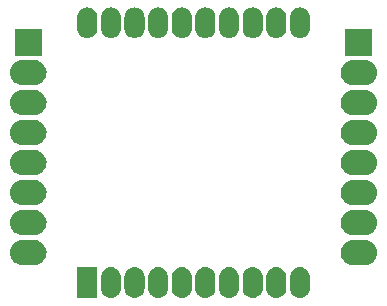
<source format=gbr>
G04 #@! TF.GenerationSoftware,KiCad,Pcbnew,(5.1.6)-1*
G04 #@! TF.CreationDate,2020-07-07T11:59:46-05:00*
G04 #@! TF.ProjectId,Xbee,58626565-2e6b-4696-9361-645f70636258,rev?*
G04 #@! TF.SameCoordinates,Original*
G04 #@! TF.FileFunction,Soldermask,Top*
G04 #@! TF.FilePolarity,Negative*
%FSLAX46Y46*%
G04 Gerber Fmt 4.6, Leading zero omitted, Abs format (unit mm)*
G04 Created by KiCad (PCBNEW (5.1.6)-1) date 2020-07-07 11:59:46*
%MOMM*%
%LPD*%
G01*
G04 APERTURE LIST*
%ADD10C,0.100000*%
G04 APERTURE END LIST*
D10*
G36*
X121066822Y-125731313D02*
G01*
X121227241Y-125779976D01*
X121375077Y-125858995D01*
X121504659Y-125965341D01*
X121611004Y-126094922D01*
X121611005Y-126094924D01*
X121690024Y-126242758D01*
X121738687Y-126403177D01*
X121751000Y-126528196D01*
X121751000Y-127511803D01*
X121738687Y-127636823D01*
X121690024Y-127797242D01*
X121619114Y-127929906D01*
X121611004Y-127945078D01*
X121504659Y-128074659D01*
X121375078Y-128181004D01*
X121375076Y-128181005D01*
X121227242Y-128260024D01*
X121066823Y-128308687D01*
X120900000Y-128325117D01*
X120733178Y-128308687D01*
X120572759Y-128260024D01*
X120424925Y-128181005D01*
X120424923Y-128181004D01*
X120295342Y-128074659D01*
X120188997Y-127945078D01*
X120180887Y-127929906D01*
X120109977Y-127797242D01*
X120061314Y-127636823D01*
X120049000Y-127511803D01*
X120049000Y-126528197D01*
X120061313Y-126403178D01*
X120109976Y-126242759D01*
X120188995Y-126094923D01*
X120295341Y-125965341D01*
X120424922Y-125858996D01*
X120440094Y-125850886D01*
X120572758Y-125779976D01*
X120733177Y-125731313D01*
X120900000Y-125714883D01*
X121066822Y-125731313D01*
G37*
G36*
X115066822Y-125731313D02*
G01*
X115227241Y-125779976D01*
X115375077Y-125858995D01*
X115504659Y-125965341D01*
X115611004Y-126094922D01*
X115611005Y-126094924D01*
X115690024Y-126242758D01*
X115738687Y-126403177D01*
X115751000Y-126528196D01*
X115751000Y-127511803D01*
X115738687Y-127636823D01*
X115690024Y-127797242D01*
X115619114Y-127929906D01*
X115611004Y-127945078D01*
X115504659Y-128074659D01*
X115375078Y-128181004D01*
X115375076Y-128181005D01*
X115227242Y-128260024D01*
X115066823Y-128308687D01*
X114900000Y-128325117D01*
X114733178Y-128308687D01*
X114572759Y-128260024D01*
X114424925Y-128181005D01*
X114424923Y-128181004D01*
X114295342Y-128074659D01*
X114188997Y-127945078D01*
X114180887Y-127929906D01*
X114109977Y-127797242D01*
X114061314Y-127636823D01*
X114049000Y-127511803D01*
X114049000Y-126528197D01*
X114061313Y-126403178D01*
X114109976Y-126242759D01*
X114188995Y-126094923D01*
X114295341Y-125965341D01*
X114424922Y-125858996D01*
X114440094Y-125850886D01*
X114572758Y-125779976D01*
X114733177Y-125731313D01*
X114900000Y-125714883D01*
X115066822Y-125731313D01*
G37*
G36*
X131066822Y-125731313D02*
G01*
X131227241Y-125779976D01*
X131375077Y-125858995D01*
X131504659Y-125965341D01*
X131611004Y-126094922D01*
X131611005Y-126094924D01*
X131690024Y-126242758D01*
X131738687Y-126403177D01*
X131751000Y-126528196D01*
X131751000Y-127511803D01*
X131738687Y-127636823D01*
X131690024Y-127797242D01*
X131619114Y-127929906D01*
X131611004Y-127945078D01*
X131504659Y-128074659D01*
X131375078Y-128181004D01*
X131375076Y-128181005D01*
X131227242Y-128260024D01*
X131066823Y-128308687D01*
X130900000Y-128325117D01*
X130733178Y-128308687D01*
X130572759Y-128260024D01*
X130424925Y-128181005D01*
X130424923Y-128181004D01*
X130295342Y-128074659D01*
X130188997Y-127945078D01*
X130180887Y-127929906D01*
X130109977Y-127797242D01*
X130061314Y-127636823D01*
X130049000Y-127511803D01*
X130049000Y-126528197D01*
X130061313Y-126403178D01*
X130109976Y-126242759D01*
X130188995Y-126094923D01*
X130295341Y-125965341D01*
X130424922Y-125858996D01*
X130440094Y-125850886D01*
X130572758Y-125779976D01*
X130733177Y-125731313D01*
X130900000Y-125714883D01*
X131066822Y-125731313D01*
G37*
G36*
X129066822Y-125731313D02*
G01*
X129227241Y-125779976D01*
X129375077Y-125858995D01*
X129504659Y-125965341D01*
X129611004Y-126094922D01*
X129611005Y-126094924D01*
X129690024Y-126242758D01*
X129738687Y-126403177D01*
X129751000Y-126528196D01*
X129751000Y-127511803D01*
X129738687Y-127636823D01*
X129690024Y-127797242D01*
X129619114Y-127929906D01*
X129611004Y-127945078D01*
X129504659Y-128074659D01*
X129375078Y-128181004D01*
X129375076Y-128181005D01*
X129227242Y-128260024D01*
X129066823Y-128308687D01*
X128900000Y-128325117D01*
X128733178Y-128308687D01*
X128572759Y-128260024D01*
X128424925Y-128181005D01*
X128424923Y-128181004D01*
X128295342Y-128074659D01*
X128188997Y-127945078D01*
X128180887Y-127929906D01*
X128109977Y-127797242D01*
X128061314Y-127636823D01*
X128049000Y-127511803D01*
X128049000Y-126528197D01*
X128061313Y-126403178D01*
X128109976Y-126242759D01*
X128188995Y-126094923D01*
X128295341Y-125965341D01*
X128424922Y-125858996D01*
X128440094Y-125850886D01*
X128572758Y-125779976D01*
X128733177Y-125731313D01*
X128900000Y-125714883D01*
X129066822Y-125731313D01*
G37*
G36*
X127066822Y-125731313D02*
G01*
X127227241Y-125779976D01*
X127375077Y-125858995D01*
X127504659Y-125965341D01*
X127611004Y-126094922D01*
X127611005Y-126094924D01*
X127690024Y-126242758D01*
X127738687Y-126403177D01*
X127751000Y-126528196D01*
X127751000Y-127511803D01*
X127738687Y-127636823D01*
X127690024Y-127797242D01*
X127619114Y-127929906D01*
X127611004Y-127945078D01*
X127504659Y-128074659D01*
X127375078Y-128181004D01*
X127375076Y-128181005D01*
X127227242Y-128260024D01*
X127066823Y-128308687D01*
X126900000Y-128325117D01*
X126733178Y-128308687D01*
X126572759Y-128260024D01*
X126424925Y-128181005D01*
X126424923Y-128181004D01*
X126295342Y-128074659D01*
X126188997Y-127945078D01*
X126180887Y-127929906D01*
X126109977Y-127797242D01*
X126061314Y-127636823D01*
X126049000Y-127511803D01*
X126049000Y-126528197D01*
X126061313Y-126403178D01*
X126109976Y-126242759D01*
X126188995Y-126094923D01*
X126295341Y-125965341D01*
X126424922Y-125858996D01*
X126440094Y-125850886D01*
X126572758Y-125779976D01*
X126733177Y-125731313D01*
X126900000Y-125714883D01*
X127066822Y-125731313D01*
G37*
G36*
X125066822Y-125731313D02*
G01*
X125227241Y-125779976D01*
X125375077Y-125858995D01*
X125504659Y-125965341D01*
X125611004Y-126094922D01*
X125611005Y-126094924D01*
X125690024Y-126242758D01*
X125738687Y-126403177D01*
X125751000Y-126528196D01*
X125751000Y-127511803D01*
X125738687Y-127636823D01*
X125690024Y-127797242D01*
X125619114Y-127929906D01*
X125611004Y-127945078D01*
X125504659Y-128074659D01*
X125375078Y-128181004D01*
X125375076Y-128181005D01*
X125227242Y-128260024D01*
X125066823Y-128308687D01*
X124900000Y-128325117D01*
X124733178Y-128308687D01*
X124572759Y-128260024D01*
X124424925Y-128181005D01*
X124424923Y-128181004D01*
X124295342Y-128074659D01*
X124188997Y-127945078D01*
X124180887Y-127929906D01*
X124109977Y-127797242D01*
X124061314Y-127636823D01*
X124049000Y-127511803D01*
X124049000Y-126528197D01*
X124061313Y-126403178D01*
X124109976Y-126242759D01*
X124188995Y-126094923D01*
X124295341Y-125965341D01*
X124424922Y-125858996D01*
X124440094Y-125850886D01*
X124572758Y-125779976D01*
X124733177Y-125731313D01*
X124900000Y-125714883D01*
X125066822Y-125731313D01*
G37*
G36*
X123066822Y-125731313D02*
G01*
X123227241Y-125779976D01*
X123375077Y-125858995D01*
X123504659Y-125965341D01*
X123611004Y-126094922D01*
X123611005Y-126094924D01*
X123690024Y-126242758D01*
X123738687Y-126403177D01*
X123751000Y-126528196D01*
X123751000Y-127511803D01*
X123738687Y-127636823D01*
X123690024Y-127797242D01*
X123619114Y-127929906D01*
X123611004Y-127945078D01*
X123504659Y-128074659D01*
X123375078Y-128181004D01*
X123375076Y-128181005D01*
X123227242Y-128260024D01*
X123066823Y-128308687D01*
X122900000Y-128325117D01*
X122733178Y-128308687D01*
X122572759Y-128260024D01*
X122424925Y-128181005D01*
X122424923Y-128181004D01*
X122295342Y-128074659D01*
X122188997Y-127945078D01*
X122180887Y-127929906D01*
X122109977Y-127797242D01*
X122061314Y-127636823D01*
X122049000Y-127511803D01*
X122049000Y-126528197D01*
X122061313Y-126403178D01*
X122109976Y-126242759D01*
X122188995Y-126094923D01*
X122295341Y-125965341D01*
X122424922Y-125858996D01*
X122440094Y-125850886D01*
X122572758Y-125779976D01*
X122733177Y-125731313D01*
X122900000Y-125714883D01*
X123066822Y-125731313D01*
G37*
G36*
X117066822Y-125731313D02*
G01*
X117227241Y-125779976D01*
X117375077Y-125858995D01*
X117504659Y-125965341D01*
X117611004Y-126094922D01*
X117611005Y-126094924D01*
X117690024Y-126242758D01*
X117738687Y-126403177D01*
X117751000Y-126528196D01*
X117751000Y-127511803D01*
X117738687Y-127636823D01*
X117690024Y-127797242D01*
X117619114Y-127929906D01*
X117611004Y-127945078D01*
X117504659Y-128074659D01*
X117375078Y-128181004D01*
X117375076Y-128181005D01*
X117227242Y-128260024D01*
X117066823Y-128308687D01*
X116900000Y-128325117D01*
X116733178Y-128308687D01*
X116572759Y-128260024D01*
X116424925Y-128181005D01*
X116424923Y-128181004D01*
X116295342Y-128074659D01*
X116188997Y-127945078D01*
X116180887Y-127929906D01*
X116109977Y-127797242D01*
X116061314Y-127636823D01*
X116049000Y-127511803D01*
X116049000Y-126528197D01*
X116061313Y-126403178D01*
X116109976Y-126242759D01*
X116188995Y-126094923D01*
X116295341Y-125965341D01*
X116424922Y-125858996D01*
X116440094Y-125850886D01*
X116572758Y-125779976D01*
X116733177Y-125731313D01*
X116900000Y-125714883D01*
X117066822Y-125731313D01*
G37*
G36*
X119066822Y-125731313D02*
G01*
X119227241Y-125779976D01*
X119375077Y-125858995D01*
X119504659Y-125965341D01*
X119611004Y-126094922D01*
X119611005Y-126094924D01*
X119690024Y-126242758D01*
X119738687Y-126403177D01*
X119751000Y-126528196D01*
X119751000Y-127511803D01*
X119738687Y-127636823D01*
X119690024Y-127797242D01*
X119619114Y-127929906D01*
X119611004Y-127945078D01*
X119504659Y-128074659D01*
X119375078Y-128181004D01*
X119375076Y-128181005D01*
X119227242Y-128260024D01*
X119066823Y-128308687D01*
X118900000Y-128325117D01*
X118733178Y-128308687D01*
X118572759Y-128260024D01*
X118424925Y-128181005D01*
X118424923Y-128181004D01*
X118295342Y-128074659D01*
X118188997Y-127945078D01*
X118180887Y-127929906D01*
X118109977Y-127797242D01*
X118061314Y-127636823D01*
X118049000Y-127511803D01*
X118049000Y-126528197D01*
X118061313Y-126403178D01*
X118109976Y-126242759D01*
X118188995Y-126094923D01*
X118295341Y-125965341D01*
X118424922Y-125858996D01*
X118440094Y-125850886D01*
X118572758Y-125779976D01*
X118733177Y-125731313D01*
X118900000Y-125714883D01*
X119066822Y-125731313D01*
G37*
G36*
X113751000Y-128321000D02*
G01*
X112049000Y-128321000D01*
X112049000Y-125719000D01*
X113751000Y-125719000D01*
X113751000Y-128321000D01*
G37*
G36*
X108503097Y-123414069D02*
G01*
X108606032Y-123424207D01*
X108804146Y-123484305D01*
X108804149Y-123484306D01*
X108900975Y-123536061D01*
X108986729Y-123581897D01*
X109146765Y-123713235D01*
X109278103Y-123873271D01*
X109323939Y-123959025D01*
X109375694Y-124055851D01*
X109375695Y-124055854D01*
X109435793Y-124253968D01*
X109456085Y-124460000D01*
X109435793Y-124666032D01*
X109375695Y-124864146D01*
X109375694Y-124864149D01*
X109323939Y-124960975D01*
X109278103Y-125046729D01*
X109146765Y-125206765D01*
X108986729Y-125338103D01*
X108900975Y-125383939D01*
X108804149Y-125435694D01*
X108804146Y-125435695D01*
X108606032Y-125495793D01*
X108503097Y-125505931D01*
X108451631Y-125511000D01*
X107348369Y-125511000D01*
X107296903Y-125505931D01*
X107193968Y-125495793D01*
X106995854Y-125435695D01*
X106995851Y-125435694D01*
X106899025Y-125383939D01*
X106813271Y-125338103D01*
X106653235Y-125206765D01*
X106521897Y-125046729D01*
X106476061Y-124960975D01*
X106424306Y-124864149D01*
X106424305Y-124864146D01*
X106364207Y-124666032D01*
X106343915Y-124460000D01*
X106364207Y-124253968D01*
X106424305Y-124055854D01*
X106424306Y-124055851D01*
X106476061Y-123959025D01*
X106521897Y-123873271D01*
X106653235Y-123713235D01*
X106813271Y-123581897D01*
X106899025Y-123536061D01*
X106995851Y-123484306D01*
X106995854Y-123484305D01*
X107193968Y-123424207D01*
X107296903Y-123414069D01*
X107348369Y-123409000D01*
X108451631Y-123409000D01*
X108503097Y-123414069D01*
G37*
G36*
X136503097Y-123414069D02*
G01*
X136606032Y-123424207D01*
X136804146Y-123484305D01*
X136804149Y-123484306D01*
X136900975Y-123536061D01*
X136986729Y-123581897D01*
X137146765Y-123713235D01*
X137278103Y-123873271D01*
X137323939Y-123959025D01*
X137375694Y-124055851D01*
X137375695Y-124055854D01*
X137435793Y-124253968D01*
X137456085Y-124460000D01*
X137435793Y-124666032D01*
X137375695Y-124864146D01*
X137375694Y-124864149D01*
X137323939Y-124960975D01*
X137278103Y-125046729D01*
X137146765Y-125206765D01*
X136986729Y-125338103D01*
X136900975Y-125383939D01*
X136804149Y-125435694D01*
X136804146Y-125435695D01*
X136606032Y-125495793D01*
X136503097Y-125505931D01*
X136451631Y-125511000D01*
X135348369Y-125511000D01*
X135296903Y-125505931D01*
X135193968Y-125495793D01*
X134995854Y-125435695D01*
X134995851Y-125435694D01*
X134899025Y-125383939D01*
X134813271Y-125338103D01*
X134653235Y-125206765D01*
X134521897Y-125046729D01*
X134476061Y-124960975D01*
X134424306Y-124864149D01*
X134424305Y-124864146D01*
X134364207Y-124666032D01*
X134343915Y-124460000D01*
X134364207Y-124253968D01*
X134424305Y-124055854D01*
X134424306Y-124055851D01*
X134476061Y-123959025D01*
X134521897Y-123873271D01*
X134653235Y-123713235D01*
X134813271Y-123581897D01*
X134899025Y-123536061D01*
X134995851Y-123484306D01*
X134995854Y-123484305D01*
X135193968Y-123424207D01*
X135296903Y-123414069D01*
X135348369Y-123409000D01*
X136451631Y-123409000D01*
X136503097Y-123414069D01*
G37*
G36*
X136503097Y-120874069D02*
G01*
X136606032Y-120884207D01*
X136804146Y-120944305D01*
X136804149Y-120944306D01*
X136900975Y-120996061D01*
X136986729Y-121041897D01*
X137146765Y-121173235D01*
X137278103Y-121333271D01*
X137323939Y-121419025D01*
X137375694Y-121515851D01*
X137375695Y-121515854D01*
X137435793Y-121713968D01*
X137456085Y-121920000D01*
X137435793Y-122126032D01*
X137375695Y-122324146D01*
X137375694Y-122324149D01*
X137323939Y-122420975D01*
X137278103Y-122506729D01*
X137146765Y-122666765D01*
X136986729Y-122798103D01*
X136900975Y-122843939D01*
X136804149Y-122895694D01*
X136804146Y-122895695D01*
X136606032Y-122955793D01*
X136503097Y-122965931D01*
X136451631Y-122971000D01*
X135348369Y-122971000D01*
X135296903Y-122965931D01*
X135193968Y-122955793D01*
X134995854Y-122895695D01*
X134995851Y-122895694D01*
X134899025Y-122843939D01*
X134813271Y-122798103D01*
X134653235Y-122666765D01*
X134521897Y-122506729D01*
X134476061Y-122420975D01*
X134424306Y-122324149D01*
X134424305Y-122324146D01*
X134364207Y-122126032D01*
X134343915Y-121920000D01*
X134364207Y-121713968D01*
X134424305Y-121515854D01*
X134424306Y-121515851D01*
X134476061Y-121419025D01*
X134521897Y-121333271D01*
X134653235Y-121173235D01*
X134813271Y-121041897D01*
X134899025Y-120996061D01*
X134995851Y-120944306D01*
X134995854Y-120944305D01*
X135193968Y-120884207D01*
X135296903Y-120874069D01*
X135348369Y-120869000D01*
X136451631Y-120869000D01*
X136503097Y-120874069D01*
G37*
G36*
X108503097Y-120874069D02*
G01*
X108606032Y-120884207D01*
X108804146Y-120944305D01*
X108804149Y-120944306D01*
X108900975Y-120996061D01*
X108986729Y-121041897D01*
X109146765Y-121173235D01*
X109278103Y-121333271D01*
X109323939Y-121419025D01*
X109375694Y-121515851D01*
X109375695Y-121515854D01*
X109435793Y-121713968D01*
X109456085Y-121920000D01*
X109435793Y-122126032D01*
X109375695Y-122324146D01*
X109375694Y-122324149D01*
X109323939Y-122420975D01*
X109278103Y-122506729D01*
X109146765Y-122666765D01*
X108986729Y-122798103D01*
X108900975Y-122843939D01*
X108804149Y-122895694D01*
X108804146Y-122895695D01*
X108606032Y-122955793D01*
X108503097Y-122965931D01*
X108451631Y-122971000D01*
X107348369Y-122971000D01*
X107296903Y-122965931D01*
X107193968Y-122955793D01*
X106995854Y-122895695D01*
X106995851Y-122895694D01*
X106899025Y-122843939D01*
X106813271Y-122798103D01*
X106653235Y-122666765D01*
X106521897Y-122506729D01*
X106476061Y-122420975D01*
X106424306Y-122324149D01*
X106424305Y-122324146D01*
X106364207Y-122126032D01*
X106343915Y-121920000D01*
X106364207Y-121713968D01*
X106424305Y-121515854D01*
X106424306Y-121515851D01*
X106476061Y-121419025D01*
X106521897Y-121333271D01*
X106653235Y-121173235D01*
X106813271Y-121041897D01*
X106899025Y-120996061D01*
X106995851Y-120944306D01*
X106995854Y-120944305D01*
X107193968Y-120884207D01*
X107296903Y-120874069D01*
X107348369Y-120869000D01*
X108451631Y-120869000D01*
X108503097Y-120874069D01*
G37*
G36*
X136503097Y-118334069D02*
G01*
X136606032Y-118344207D01*
X136804146Y-118404305D01*
X136804149Y-118404306D01*
X136900975Y-118456061D01*
X136986729Y-118501897D01*
X137146765Y-118633235D01*
X137278103Y-118793271D01*
X137323939Y-118879025D01*
X137375694Y-118975851D01*
X137375695Y-118975854D01*
X137435793Y-119173968D01*
X137456085Y-119380000D01*
X137435793Y-119586032D01*
X137375695Y-119784146D01*
X137375694Y-119784149D01*
X137323939Y-119880975D01*
X137278103Y-119966729D01*
X137146765Y-120126765D01*
X136986729Y-120258103D01*
X136900975Y-120303939D01*
X136804149Y-120355694D01*
X136804146Y-120355695D01*
X136606032Y-120415793D01*
X136503097Y-120425931D01*
X136451631Y-120431000D01*
X135348369Y-120431000D01*
X135296903Y-120425931D01*
X135193968Y-120415793D01*
X134995854Y-120355695D01*
X134995851Y-120355694D01*
X134899025Y-120303939D01*
X134813271Y-120258103D01*
X134653235Y-120126765D01*
X134521897Y-119966729D01*
X134476061Y-119880975D01*
X134424306Y-119784149D01*
X134424305Y-119784146D01*
X134364207Y-119586032D01*
X134343915Y-119380000D01*
X134364207Y-119173968D01*
X134424305Y-118975854D01*
X134424306Y-118975851D01*
X134476061Y-118879025D01*
X134521897Y-118793271D01*
X134653235Y-118633235D01*
X134813271Y-118501897D01*
X134899025Y-118456061D01*
X134995851Y-118404306D01*
X134995854Y-118404305D01*
X135193968Y-118344207D01*
X135296903Y-118334069D01*
X135348369Y-118329000D01*
X136451631Y-118329000D01*
X136503097Y-118334069D01*
G37*
G36*
X108503097Y-118334069D02*
G01*
X108606032Y-118344207D01*
X108804146Y-118404305D01*
X108804149Y-118404306D01*
X108900975Y-118456061D01*
X108986729Y-118501897D01*
X109146765Y-118633235D01*
X109278103Y-118793271D01*
X109323939Y-118879025D01*
X109375694Y-118975851D01*
X109375695Y-118975854D01*
X109435793Y-119173968D01*
X109456085Y-119380000D01*
X109435793Y-119586032D01*
X109375695Y-119784146D01*
X109375694Y-119784149D01*
X109323939Y-119880975D01*
X109278103Y-119966729D01*
X109146765Y-120126765D01*
X108986729Y-120258103D01*
X108900975Y-120303939D01*
X108804149Y-120355694D01*
X108804146Y-120355695D01*
X108606032Y-120415793D01*
X108503097Y-120425931D01*
X108451631Y-120431000D01*
X107348369Y-120431000D01*
X107296903Y-120425931D01*
X107193968Y-120415793D01*
X106995854Y-120355695D01*
X106995851Y-120355694D01*
X106899025Y-120303939D01*
X106813271Y-120258103D01*
X106653235Y-120126765D01*
X106521897Y-119966729D01*
X106476061Y-119880975D01*
X106424306Y-119784149D01*
X106424305Y-119784146D01*
X106364207Y-119586032D01*
X106343915Y-119380000D01*
X106364207Y-119173968D01*
X106424305Y-118975854D01*
X106424306Y-118975851D01*
X106476061Y-118879025D01*
X106521897Y-118793271D01*
X106653235Y-118633235D01*
X106813271Y-118501897D01*
X106899025Y-118456061D01*
X106995851Y-118404306D01*
X106995854Y-118404305D01*
X107193968Y-118344207D01*
X107296903Y-118334069D01*
X107348369Y-118329000D01*
X108451631Y-118329000D01*
X108503097Y-118334069D01*
G37*
G36*
X108503097Y-115794069D02*
G01*
X108606032Y-115804207D01*
X108804146Y-115864305D01*
X108804149Y-115864306D01*
X108900975Y-115916061D01*
X108986729Y-115961897D01*
X109146765Y-116093235D01*
X109278103Y-116253271D01*
X109323939Y-116339025D01*
X109375694Y-116435851D01*
X109375695Y-116435854D01*
X109435793Y-116633968D01*
X109456085Y-116840000D01*
X109435793Y-117046032D01*
X109375695Y-117244146D01*
X109375694Y-117244149D01*
X109323939Y-117340975D01*
X109278103Y-117426729D01*
X109146765Y-117586765D01*
X108986729Y-117718103D01*
X108900975Y-117763939D01*
X108804149Y-117815694D01*
X108804146Y-117815695D01*
X108606032Y-117875793D01*
X108503097Y-117885931D01*
X108451631Y-117891000D01*
X107348369Y-117891000D01*
X107296903Y-117885931D01*
X107193968Y-117875793D01*
X106995854Y-117815695D01*
X106995851Y-117815694D01*
X106899025Y-117763939D01*
X106813271Y-117718103D01*
X106653235Y-117586765D01*
X106521897Y-117426729D01*
X106476061Y-117340975D01*
X106424306Y-117244149D01*
X106424305Y-117244146D01*
X106364207Y-117046032D01*
X106343915Y-116840000D01*
X106364207Y-116633968D01*
X106424305Y-116435854D01*
X106424306Y-116435851D01*
X106476061Y-116339025D01*
X106521897Y-116253271D01*
X106653235Y-116093235D01*
X106813271Y-115961897D01*
X106899025Y-115916061D01*
X106995851Y-115864306D01*
X106995854Y-115864305D01*
X107193968Y-115804207D01*
X107296903Y-115794069D01*
X107348369Y-115789000D01*
X108451631Y-115789000D01*
X108503097Y-115794069D01*
G37*
G36*
X136503097Y-115794069D02*
G01*
X136606032Y-115804207D01*
X136804146Y-115864305D01*
X136804149Y-115864306D01*
X136900975Y-115916061D01*
X136986729Y-115961897D01*
X137146765Y-116093235D01*
X137278103Y-116253271D01*
X137323939Y-116339025D01*
X137375694Y-116435851D01*
X137375695Y-116435854D01*
X137435793Y-116633968D01*
X137456085Y-116840000D01*
X137435793Y-117046032D01*
X137375695Y-117244146D01*
X137375694Y-117244149D01*
X137323939Y-117340975D01*
X137278103Y-117426729D01*
X137146765Y-117586765D01*
X136986729Y-117718103D01*
X136900975Y-117763939D01*
X136804149Y-117815694D01*
X136804146Y-117815695D01*
X136606032Y-117875793D01*
X136503097Y-117885931D01*
X136451631Y-117891000D01*
X135348369Y-117891000D01*
X135296903Y-117885931D01*
X135193968Y-117875793D01*
X134995854Y-117815695D01*
X134995851Y-117815694D01*
X134899025Y-117763939D01*
X134813271Y-117718103D01*
X134653235Y-117586765D01*
X134521897Y-117426729D01*
X134476061Y-117340975D01*
X134424306Y-117244149D01*
X134424305Y-117244146D01*
X134364207Y-117046032D01*
X134343915Y-116840000D01*
X134364207Y-116633968D01*
X134424305Y-116435854D01*
X134424306Y-116435851D01*
X134476061Y-116339025D01*
X134521897Y-116253271D01*
X134653235Y-116093235D01*
X134813271Y-115961897D01*
X134899025Y-115916061D01*
X134995851Y-115864306D01*
X134995854Y-115864305D01*
X135193968Y-115804207D01*
X135296903Y-115794069D01*
X135348369Y-115789000D01*
X136451631Y-115789000D01*
X136503097Y-115794069D01*
G37*
G36*
X136503097Y-113254069D02*
G01*
X136606032Y-113264207D01*
X136804146Y-113324305D01*
X136804149Y-113324306D01*
X136900975Y-113376061D01*
X136986729Y-113421897D01*
X137146765Y-113553235D01*
X137278103Y-113713271D01*
X137323939Y-113799025D01*
X137375694Y-113895851D01*
X137375695Y-113895854D01*
X137435793Y-114093968D01*
X137456085Y-114300000D01*
X137435793Y-114506032D01*
X137375695Y-114704146D01*
X137375694Y-114704149D01*
X137323939Y-114800975D01*
X137278103Y-114886729D01*
X137146765Y-115046765D01*
X136986729Y-115178103D01*
X136900975Y-115223939D01*
X136804149Y-115275694D01*
X136804146Y-115275695D01*
X136606032Y-115335793D01*
X136503097Y-115345931D01*
X136451631Y-115351000D01*
X135348369Y-115351000D01*
X135296903Y-115345931D01*
X135193968Y-115335793D01*
X134995854Y-115275695D01*
X134995851Y-115275694D01*
X134899025Y-115223939D01*
X134813271Y-115178103D01*
X134653235Y-115046765D01*
X134521897Y-114886729D01*
X134476061Y-114800975D01*
X134424306Y-114704149D01*
X134424305Y-114704146D01*
X134364207Y-114506032D01*
X134343915Y-114300000D01*
X134364207Y-114093968D01*
X134424305Y-113895854D01*
X134424306Y-113895851D01*
X134476061Y-113799025D01*
X134521897Y-113713271D01*
X134653235Y-113553235D01*
X134813271Y-113421897D01*
X134899025Y-113376061D01*
X134995851Y-113324306D01*
X134995854Y-113324305D01*
X135193968Y-113264207D01*
X135296903Y-113254069D01*
X135348369Y-113249000D01*
X136451631Y-113249000D01*
X136503097Y-113254069D01*
G37*
G36*
X108503097Y-113254069D02*
G01*
X108606032Y-113264207D01*
X108804146Y-113324305D01*
X108804149Y-113324306D01*
X108900975Y-113376061D01*
X108986729Y-113421897D01*
X109146765Y-113553235D01*
X109278103Y-113713271D01*
X109323939Y-113799025D01*
X109375694Y-113895851D01*
X109375695Y-113895854D01*
X109435793Y-114093968D01*
X109456085Y-114300000D01*
X109435793Y-114506032D01*
X109375695Y-114704146D01*
X109375694Y-114704149D01*
X109323939Y-114800975D01*
X109278103Y-114886729D01*
X109146765Y-115046765D01*
X108986729Y-115178103D01*
X108900975Y-115223939D01*
X108804149Y-115275694D01*
X108804146Y-115275695D01*
X108606032Y-115335793D01*
X108503097Y-115345931D01*
X108451631Y-115351000D01*
X107348369Y-115351000D01*
X107296903Y-115345931D01*
X107193968Y-115335793D01*
X106995854Y-115275695D01*
X106995851Y-115275694D01*
X106899025Y-115223939D01*
X106813271Y-115178103D01*
X106653235Y-115046765D01*
X106521897Y-114886729D01*
X106476061Y-114800975D01*
X106424306Y-114704149D01*
X106424305Y-114704146D01*
X106364207Y-114506032D01*
X106343915Y-114300000D01*
X106364207Y-114093968D01*
X106424305Y-113895854D01*
X106424306Y-113895851D01*
X106476061Y-113799025D01*
X106521897Y-113713271D01*
X106653235Y-113553235D01*
X106813271Y-113421897D01*
X106899025Y-113376061D01*
X106995851Y-113324306D01*
X106995854Y-113324305D01*
X107193968Y-113264207D01*
X107296903Y-113254069D01*
X107348369Y-113249000D01*
X108451631Y-113249000D01*
X108503097Y-113254069D01*
G37*
G36*
X108503097Y-110714069D02*
G01*
X108606032Y-110724207D01*
X108804146Y-110784305D01*
X108804149Y-110784306D01*
X108900975Y-110836061D01*
X108986729Y-110881897D01*
X109146765Y-111013235D01*
X109278103Y-111173271D01*
X109323939Y-111259025D01*
X109375694Y-111355851D01*
X109375695Y-111355854D01*
X109435793Y-111553968D01*
X109456085Y-111760000D01*
X109435793Y-111966032D01*
X109375695Y-112164146D01*
X109375694Y-112164149D01*
X109323939Y-112260975D01*
X109278103Y-112346729D01*
X109146765Y-112506765D01*
X108986729Y-112638103D01*
X108900975Y-112683939D01*
X108804149Y-112735694D01*
X108804146Y-112735695D01*
X108606032Y-112795793D01*
X108503097Y-112805931D01*
X108451631Y-112811000D01*
X107348369Y-112811000D01*
X107296903Y-112805931D01*
X107193968Y-112795793D01*
X106995854Y-112735695D01*
X106995851Y-112735694D01*
X106899025Y-112683939D01*
X106813271Y-112638103D01*
X106653235Y-112506765D01*
X106521897Y-112346729D01*
X106476061Y-112260975D01*
X106424306Y-112164149D01*
X106424305Y-112164146D01*
X106364207Y-111966032D01*
X106343915Y-111760000D01*
X106364207Y-111553968D01*
X106424305Y-111355854D01*
X106424306Y-111355851D01*
X106476061Y-111259025D01*
X106521897Y-111173271D01*
X106653235Y-111013235D01*
X106813271Y-110881897D01*
X106899025Y-110836061D01*
X106995851Y-110784306D01*
X106995854Y-110784305D01*
X107193968Y-110724207D01*
X107296903Y-110714069D01*
X107348369Y-110709000D01*
X108451631Y-110709000D01*
X108503097Y-110714069D01*
G37*
G36*
X136503097Y-110714069D02*
G01*
X136606032Y-110724207D01*
X136804146Y-110784305D01*
X136804149Y-110784306D01*
X136900975Y-110836061D01*
X136986729Y-110881897D01*
X137146765Y-111013235D01*
X137278103Y-111173271D01*
X137323939Y-111259025D01*
X137375694Y-111355851D01*
X137375695Y-111355854D01*
X137435793Y-111553968D01*
X137456085Y-111760000D01*
X137435793Y-111966032D01*
X137375695Y-112164146D01*
X137375694Y-112164149D01*
X137323939Y-112260975D01*
X137278103Y-112346729D01*
X137146765Y-112506765D01*
X136986729Y-112638103D01*
X136900975Y-112683939D01*
X136804149Y-112735694D01*
X136804146Y-112735695D01*
X136606032Y-112795793D01*
X136503097Y-112805931D01*
X136451631Y-112811000D01*
X135348369Y-112811000D01*
X135296903Y-112805931D01*
X135193968Y-112795793D01*
X134995854Y-112735695D01*
X134995851Y-112735694D01*
X134899025Y-112683939D01*
X134813271Y-112638103D01*
X134653235Y-112506765D01*
X134521897Y-112346729D01*
X134476061Y-112260975D01*
X134424306Y-112164149D01*
X134424305Y-112164146D01*
X134364207Y-111966032D01*
X134343915Y-111760000D01*
X134364207Y-111553968D01*
X134424305Y-111355854D01*
X134424306Y-111355851D01*
X134476061Y-111259025D01*
X134521897Y-111173271D01*
X134653235Y-111013235D01*
X134813271Y-110881897D01*
X134899025Y-110836061D01*
X134995851Y-110784306D01*
X134995854Y-110784305D01*
X135193968Y-110724207D01*
X135296903Y-110714069D01*
X135348369Y-110709000D01*
X136451631Y-110709000D01*
X136503097Y-110714069D01*
G37*
G36*
X108503097Y-108174069D02*
G01*
X108606032Y-108184207D01*
X108804146Y-108244305D01*
X108804149Y-108244306D01*
X108900975Y-108296061D01*
X108986729Y-108341897D01*
X109146765Y-108473235D01*
X109278103Y-108633271D01*
X109323939Y-108719025D01*
X109375694Y-108815851D01*
X109375695Y-108815854D01*
X109435793Y-109013968D01*
X109456085Y-109220000D01*
X109435793Y-109426032D01*
X109375695Y-109624146D01*
X109375694Y-109624149D01*
X109323939Y-109720975D01*
X109278103Y-109806729D01*
X109146765Y-109966765D01*
X108986729Y-110098103D01*
X108900975Y-110143939D01*
X108804149Y-110195694D01*
X108804146Y-110195695D01*
X108606032Y-110255793D01*
X108503097Y-110265931D01*
X108451631Y-110271000D01*
X107348369Y-110271000D01*
X107296903Y-110265931D01*
X107193968Y-110255793D01*
X106995854Y-110195695D01*
X106995851Y-110195694D01*
X106899025Y-110143939D01*
X106813271Y-110098103D01*
X106653235Y-109966765D01*
X106521897Y-109806729D01*
X106476061Y-109720975D01*
X106424306Y-109624149D01*
X106424305Y-109624146D01*
X106364207Y-109426032D01*
X106343915Y-109220000D01*
X106364207Y-109013968D01*
X106424305Y-108815854D01*
X106424306Y-108815851D01*
X106476061Y-108719025D01*
X106521897Y-108633271D01*
X106653235Y-108473235D01*
X106813271Y-108341897D01*
X106899025Y-108296061D01*
X106995851Y-108244306D01*
X106995854Y-108244305D01*
X107193968Y-108184207D01*
X107296903Y-108174069D01*
X107348369Y-108169000D01*
X108451631Y-108169000D01*
X108503097Y-108174069D01*
G37*
G36*
X136503097Y-108174069D02*
G01*
X136606032Y-108184207D01*
X136804146Y-108244305D01*
X136804149Y-108244306D01*
X136900975Y-108296061D01*
X136986729Y-108341897D01*
X137146765Y-108473235D01*
X137278103Y-108633271D01*
X137323939Y-108719025D01*
X137375694Y-108815851D01*
X137375695Y-108815854D01*
X137435793Y-109013968D01*
X137456085Y-109220000D01*
X137435793Y-109426032D01*
X137375695Y-109624146D01*
X137375694Y-109624149D01*
X137323939Y-109720975D01*
X137278103Y-109806729D01*
X137146765Y-109966765D01*
X136986729Y-110098103D01*
X136900975Y-110143939D01*
X136804149Y-110195694D01*
X136804146Y-110195695D01*
X136606032Y-110255793D01*
X136503097Y-110265931D01*
X136451631Y-110271000D01*
X135348369Y-110271000D01*
X135296903Y-110265931D01*
X135193968Y-110255793D01*
X134995854Y-110195695D01*
X134995851Y-110195694D01*
X134899025Y-110143939D01*
X134813271Y-110098103D01*
X134653235Y-109966765D01*
X134521897Y-109806729D01*
X134476061Y-109720975D01*
X134424306Y-109624149D01*
X134424305Y-109624146D01*
X134364207Y-109426032D01*
X134343915Y-109220000D01*
X134364207Y-109013968D01*
X134424305Y-108815854D01*
X134424306Y-108815851D01*
X134476061Y-108719025D01*
X134521897Y-108633271D01*
X134653235Y-108473235D01*
X134813271Y-108341897D01*
X134899025Y-108296061D01*
X134995851Y-108244306D01*
X134995854Y-108244305D01*
X135193968Y-108184207D01*
X135296903Y-108174069D01*
X135348369Y-108169000D01*
X136451631Y-108169000D01*
X136503097Y-108174069D01*
G37*
G36*
X137051000Y-107831000D02*
G01*
X134749000Y-107831000D01*
X134749000Y-105529000D01*
X137051000Y-105529000D01*
X137051000Y-107831000D01*
G37*
G36*
X109051000Y-107831000D02*
G01*
X106749000Y-107831000D01*
X106749000Y-105529000D01*
X109051000Y-105529000D01*
X109051000Y-107831000D01*
G37*
G36*
X131066822Y-103731313D02*
G01*
X131227241Y-103779976D01*
X131375077Y-103858995D01*
X131504659Y-103965341D01*
X131611004Y-104094922D01*
X131611005Y-104094924D01*
X131690024Y-104242758D01*
X131738687Y-104403177D01*
X131751000Y-104528196D01*
X131751000Y-105511803D01*
X131738687Y-105636823D01*
X131690024Y-105797242D01*
X131619114Y-105929906D01*
X131611004Y-105945078D01*
X131504659Y-106074659D01*
X131375078Y-106181004D01*
X131375076Y-106181005D01*
X131227242Y-106260024D01*
X131066823Y-106308687D01*
X130900000Y-106325117D01*
X130733178Y-106308687D01*
X130572759Y-106260024D01*
X130424925Y-106181005D01*
X130424923Y-106181004D01*
X130295342Y-106074659D01*
X130188997Y-105945078D01*
X130180887Y-105929906D01*
X130109977Y-105797242D01*
X130061314Y-105636823D01*
X130049000Y-105511803D01*
X130049000Y-104528197D01*
X130061313Y-104403178D01*
X130109976Y-104242759D01*
X130188995Y-104094923D01*
X130295341Y-103965341D01*
X130424922Y-103858996D01*
X130440094Y-103850886D01*
X130572758Y-103779976D01*
X130733177Y-103731313D01*
X130900000Y-103714883D01*
X131066822Y-103731313D01*
G37*
G36*
X129066822Y-103731313D02*
G01*
X129227241Y-103779976D01*
X129375077Y-103858995D01*
X129504659Y-103965341D01*
X129611004Y-104094922D01*
X129611005Y-104094924D01*
X129690024Y-104242758D01*
X129738687Y-104403177D01*
X129751000Y-104528196D01*
X129751000Y-105511803D01*
X129738687Y-105636823D01*
X129690024Y-105797242D01*
X129619114Y-105929906D01*
X129611004Y-105945078D01*
X129504659Y-106074659D01*
X129375078Y-106181004D01*
X129375076Y-106181005D01*
X129227242Y-106260024D01*
X129066823Y-106308687D01*
X128900000Y-106325117D01*
X128733178Y-106308687D01*
X128572759Y-106260024D01*
X128424925Y-106181005D01*
X128424923Y-106181004D01*
X128295342Y-106074659D01*
X128188997Y-105945078D01*
X128180887Y-105929906D01*
X128109977Y-105797242D01*
X128061314Y-105636823D01*
X128049000Y-105511803D01*
X128049000Y-104528197D01*
X128061313Y-104403178D01*
X128109976Y-104242759D01*
X128188995Y-104094923D01*
X128295341Y-103965341D01*
X128424922Y-103858996D01*
X128440094Y-103850886D01*
X128572758Y-103779976D01*
X128733177Y-103731313D01*
X128900000Y-103714883D01*
X129066822Y-103731313D01*
G37*
G36*
X127066822Y-103731313D02*
G01*
X127227241Y-103779976D01*
X127375077Y-103858995D01*
X127504659Y-103965341D01*
X127611004Y-104094922D01*
X127611005Y-104094924D01*
X127690024Y-104242758D01*
X127738687Y-104403177D01*
X127751000Y-104528196D01*
X127751000Y-105511803D01*
X127738687Y-105636823D01*
X127690024Y-105797242D01*
X127619114Y-105929906D01*
X127611004Y-105945078D01*
X127504659Y-106074659D01*
X127375078Y-106181004D01*
X127375076Y-106181005D01*
X127227242Y-106260024D01*
X127066823Y-106308687D01*
X126900000Y-106325117D01*
X126733178Y-106308687D01*
X126572759Y-106260024D01*
X126424925Y-106181005D01*
X126424923Y-106181004D01*
X126295342Y-106074659D01*
X126188997Y-105945078D01*
X126180887Y-105929906D01*
X126109977Y-105797242D01*
X126061314Y-105636823D01*
X126049000Y-105511803D01*
X126049000Y-104528197D01*
X126061313Y-104403178D01*
X126109976Y-104242759D01*
X126188995Y-104094923D01*
X126295341Y-103965341D01*
X126424922Y-103858996D01*
X126440094Y-103850886D01*
X126572758Y-103779976D01*
X126733177Y-103731313D01*
X126900000Y-103714883D01*
X127066822Y-103731313D01*
G37*
G36*
X125066822Y-103731313D02*
G01*
X125227241Y-103779976D01*
X125375077Y-103858995D01*
X125504659Y-103965341D01*
X125611004Y-104094922D01*
X125611005Y-104094924D01*
X125690024Y-104242758D01*
X125738687Y-104403177D01*
X125751000Y-104528196D01*
X125751000Y-105511803D01*
X125738687Y-105636823D01*
X125690024Y-105797242D01*
X125619114Y-105929906D01*
X125611004Y-105945078D01*
X125504659Y-106074659D01*
X125375078Y-106181004D01*
X125375076Y-106181005D01*
X125227242Y-106260024D01*
X125066823Y-106308687D01*
X124900000Y-106325117D01*
X124733178Y-106308687D01*
X124572759Y-106260024D01*
X124424925Y-106181005D01*
X124424923Y-106181004D01*
X124295342Y-106074659D01*
X124188997Y-105945078D01*
X124180887Y-105929906D01*
X124109977Y-105797242D01*
X124061314Y-105636823D01*
X124049000Y-105511803D01*
X124049000Y-104528197D01*
X124061313Y-104403178D01*
X124109976Y-104242759D01*
X124188995Y-104094923D01*
X124295341Y-103965341D01*
X124424922Y-103858996D01*
X124440094Y-103850886D01*
X124572758Y-103779976D01*
X124733177Y-103731313D01*
X124900000Y-103714883D01*
X125066822Y-103731313D01*
G37*
G36*
X123066822Y-103731313D02*
G01*
X123227241Y-103779976D01*
X123375077Y-103858995D01*
X123504659Y-103965341D01*
X123611004Y-104094922D01*
X123611005Y-104094924D01*
X123690024Y-104242758D01*
X123738687Y-104403177D01*
X123751000Y-104528196D01*
X123751000Y-105511803D01*
X123738687Y-105636823D01*
X123690024Y-105797242D01*
X123619114Y-105929906D01*
X123611004Y-105945078D01*
X123504659Y-106074659D01*
X123375078Y-106181004D01*
X123375076Y-106181005D01*
X123227242Y-106260024D01*
X123066823Y-106308687D01*
X122900000Y-106325117D01*
X122733178Y-106308687D01*
X122572759Y-106260024D01*
X122424925Y-106181005D01*
X122424923Y-106181004D01*
X122295342Y-106074659D01*
X122188997Y-105945078D01*
X122180887Y-105929906D01*
X122109977Y-105797242D01*
X122061314Y-105636823D01*
X122049000Y-105511803D01*
X122049000Y-104528197D01*
X122061313Y-104403178D01*
X122109976Y-104242759D01*
X122188995Y-104094923D01*
X122295341Y-103965341D01*
X122424922Y-103858996D01*
X122440094Y-103850886D01*
X122572758Y-103779976D01*
X122733177Y-103731313D01*
X122900000Y-103714883D01*
X123066822Y-103731313D01*
G37*
G36*
X121066822Y-103731313D02*
G01*
X121227241Y-103779976D01*
X121375077Y-103858995D01*
X121504659Y-103965341D01*
X121611004Y-104094922D01*
X121611005Y-104094924D01*
X121690024Y-104242758D01*
X121738687Y-104403177D01*
X121751000Y-104528196D01*
X121751000Y-105511803D01*
X121738687Y-105636823D01*
X121690024Y-105797242D01*
X121619114Y-105929906D01*
X121611004Y-105945078D01*
X121504659Y-106074659D01*
X121375078Y-106181004D01*
X121375076Y-106181005D01*
X121227242Y-106260024D01*
X121066823Y-106308687D01*
X120900000Y-106325117D01*
X120733178Y-106308687D01*
X120572759Y-106260024D01*
X120424925Y-106181005D01*
X120424923Y-106181004D01*
X120295342Y-106074659D01*
X120188997Y-105945078D01*
X120180887Y-105929906D01*
X120109977Y-105797242D01*
X120061314Y-105636823D01*
X120049000Y-105511803D01*
X120049000Y-104528197D01*
X120061313Y-104403178D01*
X120109976Y-104242759D01*
X120188995Y-104094923D01*
X120295341Y-103965341D01*
X120424922Y-103858996D01*
X120440094Y-103850886D01*
X120572758Y-103779976D01*
X120733177Y-103731313D01*
X120900000Y-103714883D01*
X121066822Y-103731313D01*
G37*
G36*
X117066822Y-103731313D02*
G01*
X117227241Y-103779976D01*
X117375077Y-103858995D01*
X117504659Y-103965341D01*
X117611004Y-104094922D01*
X117611005Y-104094924D01*
X117690024Y-104242758D01*
X117738687Y-104403177D01*
X117751000Y-104528196D01*
X117751000Y-105511803D01*
X117738687Y-105636823D01*
X117690024Y-105797242D01*
X117619114Y-105929906D01*
X117611004Y-105945078D01*
X117504659Y-106074659D01*
X117375078Y-106181004D01*
X117375076Y-106181005D01*
X117227242Y-106260024D01*
X117066823Y-106308687D01*
X116900000Y-106325117D01*
X116733178Y-106308687D01*
X116572759Y-106260024D01*
X116424925Y-106181005D01*
X116424923Y-106181004D01*
X116295342Y-106074659D01*
X116188997Y-105945078D01*
X116180887Y-105929906D01*
X116109977Y-105797242D01*
X116061314Y-105636823D01*
X116049000Y-105511803D01*
X116049000Y-104528197D01*
X116061313Y-104403178D01*
X116109976Y-104242759D01*
X116188995Y-104094923D01*
X116295341Y-103965341D01*
X116424922Y-103858996D01*
X116440094Y-103850886D01*
X116572758Y-103779976D01*
X116733177Y-103731313D01*
X116900000Y-103714883D01*
X117066822Y-103731313D01*
G37*
G36*
X115066822Y-103731313D02*
G01*
X115227241Y-103779976D01*
X115375077Y-103858995D01*
X115504659Y-103965341D01*
X115611004Y-104094922D01*
X115611005Y-104094924D01*
X115690024Y-104242758D01*
X115738687Y-104403177D01*
X115751000Y-104528196D01*
X115751000Y-105511803D01*
X115738687Y-105636823D01*
X115690024Y-105797242D01*
X115619114Y-105929906D01*
X115611004Y-105945078D01*
X115504659Y-106074659D01*
X115375078Y-106181004D01*
X115375076Y-106181005D01*
X115227242Y-106260024D01*
X115066823Y-106308687D01*
X114900000Y-106325117D01*
X114733178Y-106308687D01*
X114572759Y-106260024D01*
X114424925Y-106181005D01*
X114424923Y-106181004D01*
X114295342Y-106074659D01*
X114188997Y-105945078D01*
X114180887Y-105929906D01*
X114109977Y-105797242D01*
X114061314Y-105636823D01*
X114049000Y-105511803D01*
X114049000Y-104528197D01*
X114061313Y-104403178D01*
X114109976Y-104242759D01*
X114188995Y-104094923D01*
X114295341Y-103965341D01*
X114424922Y-103858996D01*
X114440094Y-103850886D01*
X114572758Y-103779976D01*
X114733177Y-103731313D01*
X114900000Y-103714883D01*
X115066822Y-103731313D01*
G37*
G36*
X113066822Y-103731313D02*
G01*
X113227241Y-103779976D01*
X113375077Y-103858995D01*
X113504659Y-103965341D01*
X113611004Y-104094922D01*
X113611005Y-104094924D01*
X113690024Y-104242758D01*
X113738687Y-104403177D01*
X113751000Y-104528196D01*
X113751000Y-105511803D01*
X113738687Y-105636823D01*
X113690024Y-105797242D01*
X113619114Y-105929906D01*
X113611004Y-105945078D01*
X113504659Y-106074659D01*
X113375078Y-106181004D01*
X113375076Y-106181005D01*
X113227242Y-106260024D01*
X113066823Y-106308687D01*
X112900000Y-106325117D01*
X112733178Y-106308687D01*
X112572759Y-106260024D01*
X112424925Y-106181005D01*
X112424923Y-106181004D01*
X112295342Y-106074659D01*
X112188997Y-105945078D01*
X112180887Y-105929906D01*
X112109977Y-105797242D01*
X112061314Y-105636823D01*
X112049000Y-105511803D01*
X112049000Y-104528197D01*
X112061313Y-104403178D01*
X112109976Y-104242759D01*
X112188995Y-104094923D01*
X112295341Y-103965341D01*
X112424922Y-103858996D01*
X112440094Y-103850886D01*
X112572758Y-103779976D01*
X112733177Y-103731313D01*
X112900000Y-103714883D01*
X113066822Y-103731313D01*
G37*
G36*
X119066822Y-103731313D02*
G01*
X119227241Y-103779976D01*
X119375077Y-103858995D01*
X119504659Y-103965341D01*
X119611004Y-104094922D01*
X119611005Y-104094924D01*
X119690024Y-104242758D01*
X119738687Y-104403177D01*
X119751000Y-104528196D01*
X119751000Y-105511803D01*
X119738687Y-105636823D01*
X119690024Y-105797242D01*
X119619114Y-105929906D01*
X119611004Y-105945078D01*
X119504659Y-106074659D01*
X119375078Y-106181004D01*
X119375076Y-106181005D01*
X119227242Y-106260024D01*
X119066823Y-106308687D01*
X118900000Y-106325117D01*
X118733178Y-106308687D01*
X118572759Y-106260024D01*
X118424925Y-106181005D01*
X118424923Y-106181004D01*
X118295342Y-106074659D01*
X118188997Y-105945078D01*
X118180887Y-105929906D01*
X118109977Y-105797242D01*
X118061314Y-105636823D01*
X118049000Y-105511803D01*
X118049000Y-104528197D01*
X118061313Y-104403178D01*
X118109976Y-104242759D01*
X118188995Y-104094923D01*
X118295341Y-103965341D01*
X118424922Y-103858996D01*
X118440094Y-103850886D01*
X118572758Y-103779976D01*
X118733177Y-103731313D01*
X118900000Y-103714883D01*
X119066822Y-103731313D01*
G37*
M02*

</source>
